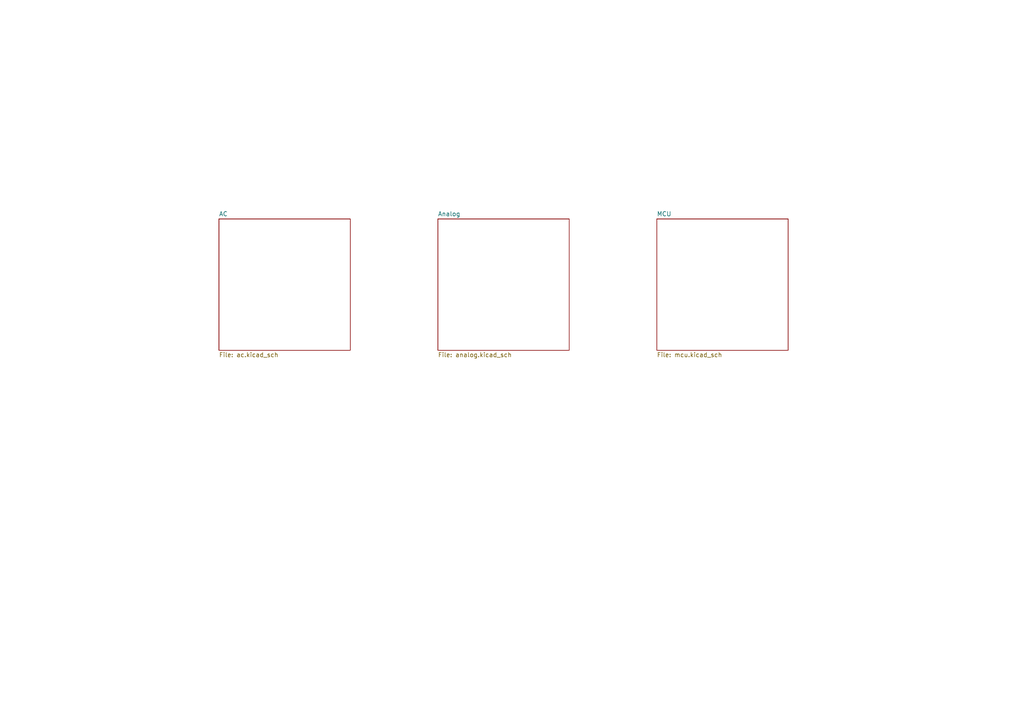
<source format=kicad_sch>
(kicad_sch (version 20211123) (generator eeschema)
  (paper "A4")
  (title_block (title "OpenSolder Station Schematic") (date "2023-01-23") (rev "1.1") (comment 1 "Licence: GPL-3.0") (comment 2 "Designer: Håvard Jakobsen") (comment 4 "OpenSolder - JBC T245 compatible soldering station"))
  (lib_symbols)
  (sheet (at 63.5 63.5) (size 38.1 38.1) (stroke (width 0.1524))
    (property "Sheet name" "AC" (at 63.5 62.7884 0) (effects (justify left bottom)))
    (property "Sheet file" "ac.kicad_sch" (at 63.5 102.1846 0) (effects (justify left top)))
  )
  (sheet (at 190.5 63.5) (size 38.1 38.1) (stroke (width 0.1524))
    (property "Sheet name" "MCU" (at 190.5 62.7884 0) (effects (justify left bottom)))
    (property "Sheet file" "mcu.kicad_sch" (at 190.5 102.1846 0) (effects (justify left top)))
  )
  (sheet (at 127 63.5) (size 38.1 38.1) (stroke (width 0.1524))
    (property "Sheet name" "Analog" (at 127 62.7884 0) (effects (justify left bottom)))
    (property "Sheet file" "analog.kicad_sch" (at 127 102.1846 0) (effects (justify left top)))
  )
)
</source>
